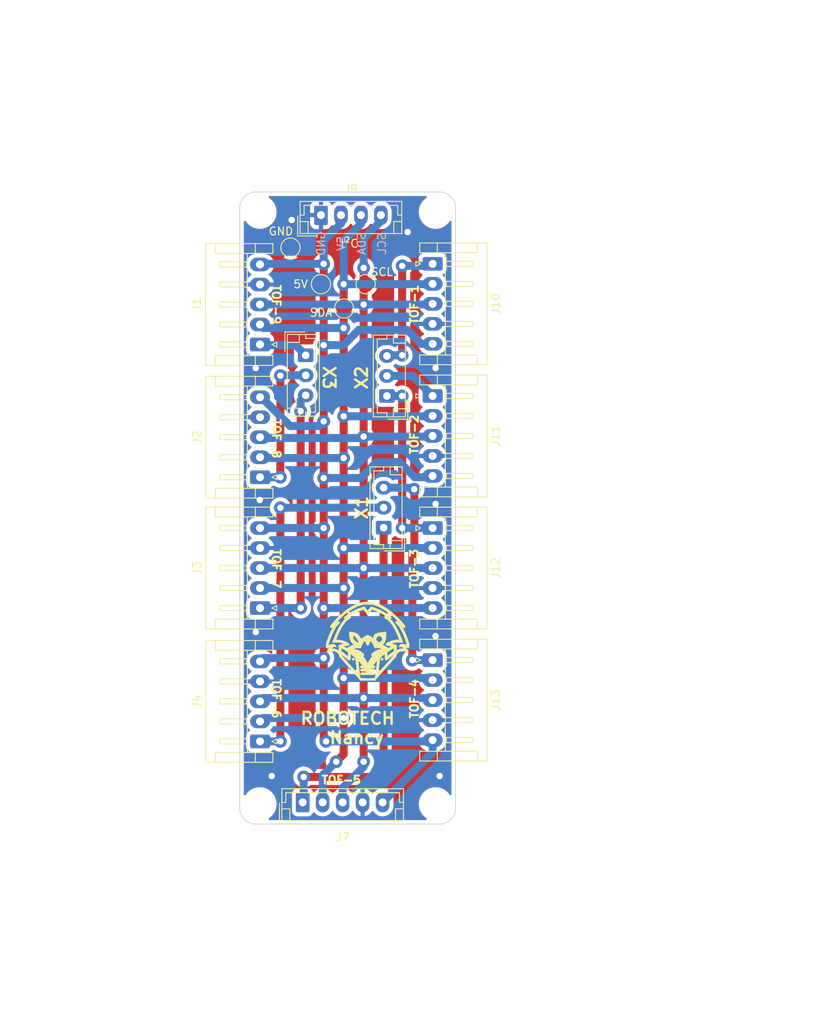
<source format=kicad_pcb>
(kicad_pcb (version 20211014) (generator pcbnew)
  (layers (0 "F.Cu" signal) (31 "B.Cu" signal) (34 "B.Paste" user) (35 "F.Paste" user) (36 "B.SilkS" user "B.Silkscreen") (37 "F.SilkS" user "F.Silkscreen") (38 "B.Mask" user) (39 "F.Mask" user) (44 "Edge.Cuts" user))
  (net 0 "")
  (net 1 "Xshut9")
  (net 2 "I2C_SDA")
  (net 3 "I2C_SCL")
  (net 4 "GND")
  (net 5 "+5V")
  (net 6 "Xshut8")
  (net 7 "Xshut7")
  (net 8 "Xshut6")
  (net 9 "Xshut5")
  (net 10 "Xshut4")
  (net 11 "Xshut3")
  (net 12 "Xshut2")
  (net 13 "Xshut1")
  (footprint "Connector_JST:JST_EH_B3B-EH-A_1x03_P2.50mm_Vertical" (layer "F.Cu") (at 135.255 105.41 -90)
    (fp_text reference "J5" hide)
    (fp_text value "X3")
    (pad "1" thru_hole roundrect locked (at 0 0 270) (size 1.7 1.95) (drill 0.95) (layers *.Cu *.Mask) (roundrect_rratio 0.1470588235) (net 1 "Xshut9"))
    (pad "2" thru_hole oval locked (at 2.5 0 270) (size 1.7 1.95) (drill 0.95) (layers *.Cu *.Mask) (net 6 "Xshut8"))
    (pad "3" thru_hole oval locked (at 5 0 270) (size 1.7 1.95) (drill 0.95) (layers *.Cu *.Mask) (net 7 "Xshut7"))
  )
  (footprint "Connector_JST:JST_EH_S5B-EH_1x05_P2.50mm_Horizontal" (layer "F.Cu") (at 129.54 120.65 90)
    (fp_text reference "J2" (at 5 -7.9 90) (layer "F.SilkS"))
    (fp_text value "Conn_01x05")
    (pad "1" thru_hole roundrect locked (at 0 0 90) (size 1.7 2.5) (drill 1) (layers *.Cu *.Mask) (roundrect_rratio 0.1470588235) (net 6 "Xshut8"))
    (pad "2" thru_hole oval locked (at 2.5 0 90) (size 1.7 2.5) (drill 1) (layers *.Cu *.Mask) (net 2 "I2C_SDA"))
    (pad "3" thru_hole oval locked (at 5 0 90) (size 1.7 2.5) (drill 1) (layers *.Cu *.Mask) (net 3 "I2C_SCL"))
    (pad "4" thru_hole oval locked (at 7.5 0 90) (size 1.7 2.5) (drill 1) (layers *.Cu *.Mask) (net 4 "GND"))
    (pad "5" thru_hole oval locked (at 10 0 90) (size 1.7 2.5) (drill 1) (layers *.Cu *.Mask) (net 5 "+5V"))
  )
  (footprint "TestPoint:TestPoint_Pad_D2.0mm" (layer "F.Cu") (at 142.748 96.52)
    (fp_text reference "I2C_SCL1" hide)
    (fp_text value "TestPoint")
    (pad "1" smd circle locked (at 0 0) (size 2 2) (layers "F.Cu" "F.Mask") (net 3 "I2C_SCL"))
  )
  (footprint "Connector_JST:JST_EH_S5B-EH_1x05_P2.50mm_Horizontal" (layer "F.Cu") (at 151.13 143.51 -90)
    (fp_text reference "J13" (at 5 -7.9 90) (layer "F.SilkS"))
    (fp_text value "Conn_01x05")
    (pad "1" thru_hole roundrect locked (at 0 0 270) (size 1.7 2.5) (drill 1) (layers *.Cu *.Mask) (roundrect_rratio 0.1470588235) (net 10 "Xshut4"))
    (pad "2" thru_hole oval locked (at 2.5 0 270) (size 1.7 2.5) (drill 1) (layers *.Cu *.Mask) (net 2 "I2C_SDA"))
    (pad "3" thru_hole oval locked (at 5 0 270) (size 1.7 2.5) (drill 1) (layers *.Cu *.Mask) (net 3 "I2C_SCL"))
    (pad "4" thru_hole oval locked (at 7.5 0 270) (size 1.7 2.5) (drill 1) (layers *.Cu *.Mask) (net 4 "GND"))
    (pad "5" thru_hole oval locked (at 10 0 270) (size 1.7 2.5) (drill 1) (layers *.Cu *.Mask) (net 5 "+5V"))
  )
  (footprint "Logos:logoRobotechNancy10x10" (layer "F.Cu") (at 143 141)
    (fp_text reference "G***" hide)
    (fp_text value "LOGO" hide)
  )
  (footprint "" (layer "F.Cu") (at 129.5 87.5)
    (fp_text reference "" (at 0 0) (layer "F.SilkS") (effects (font (size 1.27 1.27))))
    (fp_text value "" (at 0 0) (layer "F.SilkS") (effects (font (size 1.27 1.27))))
    (pad "" np_thru_hole circle locked (at 0 0 180) (size 3.2 3.2) (drill 3.2) (layers *.Cu *.Mask))
  )
  (footprint "Connector_JST:JST_EH_S5B-EH_1x05_P2.50mm_Horizontal" (layer "F.Cu") (at 151.13 110.49 -90)
    (fp_text reference "J11" (at 5 -7.9 90) (layer "F.SilkS"))
    (fp_text value "Conn_01x05")
    (pad "1" thru_hole roundrect locked (at 0 0 270) (size 1.7 2.5) (drill 1) (layers *.Cu *.Mask) (roundrect_rratio 0.1470588235) (net 12 "Xshut2"))
    (pad "2" thru_hole oval locked (at 2.5 0 270) (size 1.7 2.5) (drill 1) (layers *.Cu *.Mask) (net 2 "I2C_SDA"))
    (pad "3" thru_hole oval locked (at 5 0 270) (size 1.7 2.5) (drill 1) (layers *.Cu *.Mask) (net 3 "I2C_SCL"))
    (pad "4" thru_hole oval locked (at 7.5 0 270) (size 1.7 2.5) (drill 1) (layers *.Cu *.Mask) (net 4 "GND"))
    (pad "5" thru_hole oval locked (at 10 0 270) (size 1.7 2.5) (drill 1) (layers *.Cu *.Mask) (net 5 "+5V"))
  )
  (footprint "Connector_JST:JST_EH_B5B-EH-A_1x05_P2.50mm_Vertical" (layer "F.Cu") (at 134.874 161.29)
    (fp_text reference "J7" (at 5 4.318) (layer "F.SilkS"))
    (fp_text value "Conn_01x05")
    (pad "1" thru_hole roundrect locked (at 0 0) (size 1.7 2.5) (drill 1) (layers *.Cu *.Mask) (roundrect_rratio 0.1470588235) (net 9 "Xshut5"))
    (pad "2" thru_hole oval locked (at 2.5 0) (size 1.7 2.5) (drill 1) (layers *.Cu *.Mask) (net 2 "I2C_SDA"))
    (pad "3" thru_hole oval locked (at 5 0) (size 1.7 2.5) (drill 1) (layers *.Cu *.Mask) (net 3 "I2C_SCL"))
    (pad "4" thru_hole oval locked (at 7.5 0) (size 1.7 2.5) (drill 1) (layers *.Cu *.Mask) (net 4 "GND"))
    (pad "5" thru_hole oval locked (at 10 0) (size 1.7 2.5) (drill 1) (layers *.Cu *.Mask) (net 5 "+5V"))
  )
  (footprint "TestPoint:TestPoint_Pad_D2.0mm" (layer "F.Cu") (at 140.05 99.568)
    (fp_text reference "I2C_SDA1" hide)
    (fp_text value "TestPoint")
    (pad "1" smd circle locked (at 0 0) (size 2 2) (layers "F.Cu" "F.Mask") (net 2 "I2C_SDA"))
  )
  (footprint "Connector_JST:JST_EH_S5B-EH_1x05_P2.50mm_Horizontal" (layer "F.Cu") (at 151.13 93.98 -90)
    (fp_text reference "J10" (at 5 -7.9 90) (layer "F.SilkS"))
    (fp_text value "Conn_01x05")
    (pad "1" thru_hole roundrect locked (at 0 0 270) (size 1.7 2.5) (drill 1) (layers *.Cu *.Mask) (roundrect_rratio 0.1470588235) (net 13 "Xshut1"))
    (pad "2" thru_hole oval locked (at 2.5 0 270) (size 1.7 2.5) (drill 1) (layers *.Cu *.Mask) (net 2 "I2C_SDA"))
    (pad "3" thru_hole oval locked (at 5 0 270) (size 1.7 2.5) (drill 1) (layers *.Cu *.Mask) (net 3 "I2C_SCL"))
    (pad "4" thru_hole oval locked (at 7.5 0 270) (size 1.7 2.5) (drill 1) (layers *.Cu *.Mask) (net 4 "GND"))
    (pad "5" thru_hole oval locked (at 10 0 270) (size 1.7 2.5) (drill 1) (layers *.Cu *.Mask) (net 5 "+5V"))
  )
  (footprint "TestPoint:TestPoint_Pad_D2.0mm" (layer "F.Cu") (at 133.35 91.948)
    (fp_text reference "GND1" hide)
    (fp_text value "TestPoint")
    (pad "1" smd circle locked (at 0 0) (size 2 2) (layers "F.Cu" "F.Mask") (net 4 "GND"))
  )
  (footprint "TestPoint:TestPoint_Pad_D2.0mm" (layer "F.Cu") (at 137.16 96.52)
    (fp_text reference "+5V1" hide)
    (fp_text value "TestPoint")
    (pad "1" smd circle locked (at 0 0) (size 2 2) (layers "F.Cu" "F.Mask") (net 5 "+5V"))
  )
  (footprint "" (layer "F.Cu") (at 151.5 161.5)
    (fp_text reference "" (at 0 0) (layer "F.SilkS") (effects (font (size 1.27 1.27))))
    (fp_text value "" (at 0 0) (layer "F.SilkS") (effects (font (size 1.27 1.27))))
    (pad "" np_thru_hole circle locked (at 0 0 180) (size 3.2 3.2) (drill 3.2) (layers *.Cu *.Mask))
  )
  (footprint "Connector_JST:JST_EH_S5B-EH_1x05_P2.50mm_Horizontal" (layer "F.Cu") (at 151.13 127 -90)
    (fp_text reference "J12" (at 5 -7.9 90) (layer "F.SilkS"))
    (fp_text value "Conn_01x05")
    (pad "1" thru_hole roundrect locked (at 0 0 270) (size 1.7 2.5) (drill 1) (layers *.Cu *.Mask) (roundrect_rratio 0.1470588235) (net 11 "Xshut3"))
    (pad "2" thru_hole oval locked (at 2.5 0 270) (size 1.7 2.5) (drill 1) (layers *.Cu *.Mask) (net 2 "I2C_SDA"))
    (pad "3" thru_hole oval locked (at 5 0 270) (size 1.7 2.5) (drill 1) (layers *.Cu *.Mask) (net 3 "I2C_SCL"))
    (pad "4" thru_hole oval locked (at 7.5 0 270) (size 1.7 2.5) (drill 1) (layers *.Cu *.Mask) (net 4 "GND"))
    (pad "5" thru_hole oval locked (at 10 0 270) (size 1.7 2.5) (drill 1) (layers *.Cu *.Mask) (net 5 "+5V"))
  )
  (footprint "Connector_JST:JST_EH_B3B-EH-A_1x03_P2.50mm_Vertical" (layer "F.Cu") (at 145.415 110.49 90)
    (fp_text reference "J8" hide)
    (fp_text value "X2")
    (pad "1" thru_hole roundrect locked (at 0 0 90) (size 1.7 1.95) (drill 0.95) (layers *.Cu *.Mask) (roundrect_rratio 0.1470588235) (net 11 "Xshut3"))
    (pad "2" thru_hole oval locked (at 2.5 0 90) (size 1.7 1.95) (drill 0.95) (layers *.Cu *.Mask) (net 12 "Xshut2"))
    (pad "3" thru_hole oval locked (at 5 0 90) (size 1.7 1.95) (drill 0.95) (layers *.Cu *.Mask) (net 13 "Xshut1"))
  )
  (footprint "Connector_JST:JST_EH_B3B-EH-A_1x03_P2.50mm_Vertical" (layer "F.Cu") (at 145 126.96 90)
    (fp_text reference "J6" hide)
    (fp_text value "X1")
    (pad "1" thru_hole roundrect locked (at 0 0 90) (size 1.7 1.95) (drill 0.95) (layers *.Cu *.Mask) (roundrect_rratio 0.1470588235) (net 9 "Xshut5"))
    (pad "2" thru_hole oval locked (at 2.5 0 90) (size 1.7 1.95) (drill 0.95) (layers *.Cu *.Mask) (net 8 "Xshut6"))
    (pad "3" thru_hole oval locked (at 5 0 90) (size 1.7 1.95) (drill 0.95) (layers *.Cu *.Mask) (net 10 "Xshut4"))
  )
  (footprint "Connector_JST:JST_EH_S5B-EH_1x05_P2.50mm_Horizontal" (layer "F.Cu") (at 129.5325 104.06 90)
    (fp_text reference "J1" (at 5 -7.9 90) (layer "F.SilkS"))
    (fp_text value "Conn_01x05")
    (pad "1" thru_hole roundrect locked (at 0 0 90) (size 1.7 2.5) (drill 1) (layers *.Cu *.Mask) (roundrect_rratio 0.1470588235) (net 1 "Xshut9"))
    (pad "2" thru_hole oval locked (at 2.5 0 90) (size 1.7 2.5) (drill 1) (layers *.Cu *.Mask) (net 2 "I2C_SDA"))
    (pad "3" thru_hole oval locked (at 5 0 90) (size 1.7 2.5) (drill 1) (layers *.Cu *.Mask) (net 3 "I2C_SCL"))
    (pad "4" thru_hole oval locked (at 7.5 0 90) (size 1.7 2.5) (drill 1) (layers *.Cu *.Mask) (net 4 "GND"))
    (pad "5" thru_hole oval locked (at 10 0 90) (size 1.7 2.5) (drill 1) (layers *.Cu *.Mask) (net 5 "+5V"))
  )
  (footprint "Connector_JST:JST_EH_B4B-EH-A_1x04_P2.50mm_Vertical" (layer "F.Cu") (at 137.16 87.884)
    (fp_text reference "J9" (at 3.75 -3.302) (layer "F.SilkS"))
    (fp_text value "Conn_01x04")
    (pad "1" thru_hole roundrect locked (at 0 0) (size 1.7 2.5) (drill 1) (layers *.Cu *.Mask) (roundrect_rratio 0.1470588235) (net 4 "GND"))
    (pad "2" thru_hole oval locked (at 2.5 0) (size 1.7 2.5) (drill 1) (layers *.Cu *.Mask) (net 5 "+5V"))
    (pad "3" thru_hole oval locked (at 5 0) (size 1.7 2.5) (drill 1) (layers *.Cu *.Mask) (net 2 "I2C_SDA"))
    (pad "4" thru_hole oval locked (at 7.5 0) (size 1.7 2.5) (drill 1) (layers *.Cu *.Mask) (net 3 "I2C_SCL"))
  )
  (footprint "" (layer "F.Cu") (at 151.5 87.5)
    (fp_text reference "" (at 0 0) (layer "F.SilkS") (effects (font (size 1.27 1.27))))
    (fp_text value "" (at 0 0) (layer "F.SilkS") (effects (font (size 1.27 1.27))))
    (pad "" np_thru_hole circle locked (at 0 0 180) (size 3.2 3.2) (drill 3.2) (layers *.Cu *.Mask))
  )
  (footprint "Connector_JST:JST_EH_S5B-EH_1x05_P2.50mm_Horizontal" (layer "F.Cu") (at 129.54 153.67 90)
    (fp_text reference "J4" (at 5 -7.9 90) (layer "F.SilkS"))
    (fp_text value "Conn_01x05")
    (pad "1" thru_hole roundrect locked (at 0 0 90) (size 1.7 2.5) (drill 1) (layers *.Cu *.Mask) (roundrect_rratio 0.1470588235) (net 8 "Xshut6"))
    (pad "2" thru_hole oval locked (at 2.5 0 90) (size 1.7 2.5) (drill 1) (layers *.Cu *.Mask) (net 2 "I2C_SDA"))
    (pad "3" thru_hole oval locked (at 5 0 90) (size 1.7 2.5) (drill 1) (layers *.Cu *.Mask) (net 3 "I2C_SCL"))
    (pad "4" thru_hole oval locked (at 7.5 0 90) (size 1.7 2.5) (drill 1) (layers *.Cu *.Mask) (net 4 "GND"))
    (pad "5" thru_hole oval locked (at 10 0 90) (size 1.7 2.5) (drill 1) (layers *.Cu *.Mask) (net 5 "+5V"))
  )
  (footprint "" (layer "F.Cu") (at 129.5 161.5)
    (fp_text reference "" (at 0 0) (layer "F.SilkS") (effects (font (size 1.27 1.27))))
    (fp_text value "" (at 0 0) (layer "F.SilkS") (effects (font (size 1.27 1.27))))
    (pad "" np_thru_hole circle locked (at 0 0 180) (size 3.2 3.2) (drill 3.2) (layers *.Cu *.Mask))
  )
  (footprint "Connector_JST:JST_EH_S5B-EH_1x05_P2.50mm_Horizontal" (layer "F.Cu") (at 129.54 137 90)
    (fp_text reference "J3" (at 5 -7.9 90) (layer "F.SilkS"))
    (fp_text value "Conn_01x05")
    (pad "1" thru_hole roundrect locked (at 0 0 90) (size 1.7 2.5) (drill 1) (layers *.Cu *.Mask) (roundrect_rratio 0.1470588235) (net 7 "Xshut7"))
    (pad "2" thru_hole oval locked (at 2.5 0 90) (size 1.7 2.5) (drill 1) (layers *.Cu *.Mask) (net 2 "I2C_SDA"))
    (pad "3" thru_hole oval locked (at 5 0 90) (size 1.7 2.5) (drill 1) (layers *.Cu *.Mask) (net 3 "I2C_SCL"))
    (pad "4" thru_hole oval locked (at 7.5 0 90) (size 1.7 2.5) (drill 1) (layers *.Cu *.Mask) (net 4 "GND"))
    (pad "5" thru_hole oval locked (at 10 0 90) (size 1.7 2.5) (drill 1) (layers *.Cu *.Mask) (net 5 "+5V"))
  )
  (gr_line (start 152 164) (end 129 164) (layer "Edge.Cuts") (width 0.1))
  (gr_arc (start 127 87) (mid 127.585786 85.585786) (end 129 85) (layer "Edge.Cuts") (width 0.1))
  (gr_arc (start 154 162) (mid 153.414214 163.414214) (end 152 164) (layer "Edge.Cuts") (width 0.1))
  (gr_line (start 154 87) (end 154 162) (layer "Edge.Cuts") (width 0.1))
  (gr_line (start 129 85) (end 152 85) (layer "Edge.Cuts") (width 0.1))
  (gr_line (start 127 162) (end 127 87) (layer "Edge.Cuts") (width 0.1))
  (gr_arc (start 152 85) (mid 153.414214 85.585786) (end 154 87) (layer "Edge.Cuts") (width 0.1))
  (gr_arc (start 129 164) (mid 127.585786 163.414214) (end 127 162) (layer "Edge.Cuts") (width 0.1))
  (gr_text "SDA" (at 142.24 91.44 90) (layer "B.SilkS") (effects (font (size 1 1)) (justify mirror)))
  (gr_text "SCL" (at 144.78 91.44 90) (layer "B.SilkS") (effects (font (size 1 1)) (justify mirror)))
  (gr_text "5V" (at 139.7 91.44 90) (layer "B.SilkS") (effects (font (size 1 1)) (justify mirror)))
  (gr_text "GND" (at 137.16 91.44 90) (layer "B.SilkS") (effects (font (size 1 1)) (justify mirror)))
  (gr_text "GND" (at 132.15 89.916) (layer "F.SilkS") (effects (font (size 1 1))))
  (gr_text "X1" (at 142.24 124.46 90) (layer "F.SilkS") (effects (font (size 1.5 1.5) (thickness 0.3))))
  (gr_text "I²C" (at 140.716 91.44) (layer "F.SilkS") (effects (font (size 1 1))))
  (gr_text "TOF-7" (at 131.572 132.08 270) (layer "F.SilkS") (effects (font (size 1 1) (thickness 0.25))))
  (gr_text "5V" (at 134.62 96.52) (layer "F.SilkS") (effects (font (size 1 1))))
  (gr_text "TOF-8" (at 131.572 115.824 270) (layer "F.SilkS") (effects (font (size 1 1) (thickness 0.25))))
  (gr_text "TOF-1" (at 148.844 99.06 90) (layer "F.SilkS") (effects (font (size 1 1) (thickness 0.25))))
  (gr_text "X3" (at 138.176 108.204 270) (layer "F.SilkS") (effects (font (size 1.5 1.5) (thickness 0.3))))
  (gr_text "TOF-2" (at 148.844 115.316 90) (layer "F.SilkS") (effects (font (size 1 1) (thickness 0.25))))
  (gr_text "SCL" (at 144.78 94.996) (layer "F.SilkS") (effects (font (size 1 1))))
  (gr_text "ROBOTECH\n  Nancy" (at 140.5 152) (layer "F.SilkS") (effects (font (size 1.5 1.5) (thickness 0.3))))
  (gr_text "X2" (at 142.24 108.204 90) (layer "F.SilkS") (effects (font (size 1.5 1.5) (thickness 0.3))))
  (gr_text "TOF-9" (at 131.572 99.06 270) (layer "F.SilkS") (effects (font (size 1 1) (thickness 0.25))))
  (gr_text "TOF-6" (at 131.572 148.336 270) (layer "F.SilkS") (effects (font (size 1 1) (thickness 0.25))))
  (gr_text "TOF-5" (at 139.7 158.496) (layer "F.SilkS") (effects (font (size 1 1) (thickness 0.25))))
  (gr_text "SDA" (at 137.16 100.076) (layer "F.SilkS") (effects (font (size 1 1))))
  (gr_text "TOF-3" (at 148.844 132.08 90) (layer "F.SilkS") (effects (font (size 1 1) (thickness 0.25))))
  (gr_text "TOF-4" (at 148.844 148.336 90) (layer "F.SilkS") (effects (font (size 1 1) (thickness 0.25))))
  (segment (start 133.985 104.14) (end 135.255 105.41) (width 1) (layer "B.Cu") (net 1))
  (segment (start 129.5325 104.06) (end 129.6125 104.14) (width 1) (layer "B.Cu") (net 1))
  (segment (start 129.6125 104.14) (end 133.985 104.14) (width 1) (layer "B.Cu") (net 1))
  (segment (start 140 113.03) (end 140 155.275) (width 1) (layer "F.Cu") (net 2))
  (segment (start 140 113.03) (end 140 102) (width 1) (layer "F.Cu") (net 2))
  (segment (start 140 155.275) (end 139.065 156.21) (width 1) (layer "F.Cu") (net 2))
  (segment (start 140 102) (end 140 96.52) (width 1) (layer "F.Cu") (net 2))
  (via (at 140 145.75) (size 1.6) (drill 0.8) (layers "F.Cu" "B.Cu") (net 2))
  (via (at 140 150.75) (size 1.6) (drill 0.8) (layers "F.Cu" "B.Cu") (net 2))
  (via (at 140 113.03) (size 1.6) (drill 0.8) (layers "F.Cu" "B.Cu") (net 2))
  (via (at 140 118.25) (size 1.6) (drill 0.8) (layers "F.Cu" "B.Cu") (net 2))
  (via (at 140 96.52) (size 1.6) (drill 0.8) (layers "F.Cu" "B.Cu") (net 2))
  (via (at 140 102) (size 1.6) (drill 0.8) (layers "F.Cu" "B.Cu") (net 2))
  (via (at 140 129.5) (size 1.6) (drill 0.8) (layers "F.Cu" "B.Cu") (net 2))
  (via (at 139.065 156.21) (size 1.6) (drill 0.8) (layers "F.Cu" "B.Cu") (net 2))
  (via (at 140 134.5) (size 1.6) (drill 0.8) (layers "F.Cu" "B.Cu") (net 2))
  (segment (start 140 91.14) (end 142.16 88.98) (width 1) (layer "B.Cu") (net 2))
  (segment (start 139.04 156.21) (end 137.374 157.876) (width 1) (layer "B.Cu") (net 2))
  (segment (start 129.64 118.25) (end 140 118.25) (width 1) (layer "B.Cu") (net 2))
  (segment (start 151.13 146.01) (end 150.87 145.75) (width 1) (layer "B.Cu") (net 2))
  (segment (start 129.54 134.5) (end 140 134.5) (width 1) (layer "B.Cu") (net 2))
  (segment (start 129.54 151.17) (end 129.96 150.75) (width 1) (layer "B.Cu") (net 2))
  (segment (start 129.5325 101.56) (end 129.9725 102) (width 1) (layer "B.Cu") (net 2))
  (segment (start 137.374 157.876) (end 137.374 161.29) (width 1) (layer "B.Cu") (net 2))
  (segment (start 140 113.03) (end 151.13 113.03) (width 1) (layer "B.Cu") (net 2))
  (segment (start 129.96 150.75) (end 140 150.75) (width 1) (layer "B.Cu") (net 2))
  (segment (start 142.16 88.98) (end 142.16 87.884) (width 1) (layer "B.Cu") (net 2))
  (segment (start 129.9725 102) (end 140 102) (width 1) (layer "B.Cu") (net 2))
  (segment (start 151.13 96.48) (end 151.09 96.52) (width 1) (layer "B.Cu") (net 2))
  (segment (start 140 96.52) (end 140 91.14) (width 1) (layer "B.Cu") (net 2))
  (segment (start 151.09 96.52) (end 140 96.52) (width 1) (layer "B.Cu") (net 2))
  (segment (start 150.87 145.75) (end 140 145.75) (width 1) (layer "B.Cu") (net 2))
  (segment (start 139.065 156.21) (end 139.04 156.21) (width 1) (layer "B.Cu") (net 2))
  (segment (start 129.54 118.15) (end 129.64 118.25) (width 1) (layer "B.Cu") (net 2))
  (segment (start 151.13 129.5) (end 140 129.5) (width 1) (layer "B.Cu") (net 2))
  (segment (start 142.5 94.488) (end 142.5 156.21) (width 1) (layer "F.Cu") (net 3))
  (via (at 142.5 94.488) (size 1.6) (drill 0.8) (layers "F.Cu" "B.Cu") (net 3))
  (via (at 142.5 99.06) (size 1.6) (drill 0.8) (layers "F.Cu" "B.Cu") (net 3))
  (via (at 142.5 148.25) (size 1.6) (drill 0.8) (layers "F.Cu" "B.Cu") (net 3))
  (via (at 142.5 132) (size 1.6) (drill 0.8) (layers "F.Cu" "B.Cu") (net 3))
  (via (at 142.5 156.21) (size 1.6) (drill 0.8) (layers "F.Cu" "B.Cu") (net 3))
  (via (at 142.5 115.57) (size 1.6) (drill 0.8) (layers "F.Cu" "B.Cu") (net 3))
  (segment (start 142.5 115.57) (end 151.05 115.57) (width 1) (layer "B.Cu") (net 3))
  (segment (start 142.5 148.25) (end 150.87 148.25) (width 1) (layer "B.Cu") (net 3))
  (segment (start 142.5 99.06) (end 151.05 99.06) (width 1) (layer "B.Cu") (net 3))
  (segment (start 142.5 94.488) (end 142.5 90.805) (width 1) (layer "B.Cu") (net 3))
  (segment (start 142.5 132) (end 151.13 132) (width 1) (layer "B.Cu") (net 3))
  (segment (start 129.639511 115.749511) (end 129.54 115.65) (width 1) (layer "B.Cu") (net 3))
  (segment (start 129.96 148.25) (end 142.5 148.25) (width 1) (layer "B.Cu") (net 3))
  (segment (start 142.5 156.21) (end 142.5 156.845) (width 1) (layer "B.Cu") (net 3))
  (segment (start 150.87 148.25) (end 151.13 148.51) (width 1) (layer "B.Cu") (net 3))
  (segment (start 142.5 99.06) (end 129.5325 99.06) (width 1) (layer "B.Cu") (net 3))
  (segment (start 129.54 132) (end 142.5 132) (width 1) (layer "B.Cu") (net 3))
  (segment (start 151.05 115.57) (end 151.13 115.49) (width 1) (layer "B.Cu") (net 3))
  (segment (start 142.5 90.805) (end 144.66 88.645) (width 1) (layer "B.Cu") (net 3))
  (segment (start 129.54 148.67) (end 129.96 148.25) (width 1) (layer "B.Cu") (net 3))
  (segment (start 139.874 159.471) (end 139.874 161.29) (width 1) (layer "B.Cu") (net 3))
  (segment (start 142.5 156.845) (end 139.874 159.471) (width 1) (layer "B.Cu") (net 3))
  (segment (start 151.05 99.06) (end 151.13 98.98) (width 1) (layer "B.Cu") (net 3))
  (segment (start 142.320489 115.749511) (end 129.639511 115.749511) (width 1) (layer "B.Cu") (net 3))
  (segment (start 144.66 88.645) (end 144.66 87.884) (width 1) (layer "B.Cu") (net 3))
  (segment (start 142.5 115.57) (end 142.320489 115.749511) (width 1) (layer "B.Cu") (net 3))
  (via (at 151.5 107) (size 1.6) (drill 0.8) (layers "F.Cu" "B.Cu") (net 4))
  (via (at 129 140) (size 1.6) (drill 0.8) (layers "F.Cu" "B.Cu") (net 4))
  (via (at 148 90) (size 1.6) (drill 0.8) (layers "F.Cu" "B.Cu") (net 4))
  (via (at 152 158) (size 1.6) (drill 0.8) (layers "F.Cu" "B.Cu") (net 4))
  (via (at 151.5 124) (size 1.6) (drill 0.8) (layers "F.Cu" "B.Cu") (net 4))
  (via (at 151.5 140.5) (size 1.6) (drill 0.8) (layers "F.Cu" "B.Cu") (net 4))
  (via (at 129 107) (size 1.6) (drill 0.8) (layers "F.Cu" "B.Cu") (net 4))
  (via (at 131 158) (size 1.6) (drill 0.8) (layers "F.Cu" "B.Cu") (net 4))
  (via (at 129.5 123.5) (size 1.6) (drill 0.8) (layers "F.Cu" "B.Cu") (net 4))
  (via (at 133.5 88.5) (size 1.6) (drill 0.8) (layers "F.Cu" "B.Cu") (net 4))
  (segment (start 137.5 113.665) (end 137.5 104.14) (width 1) (layer "F.Cu") (net 5))
  (segment (start 137.5 104.14) (end 137.5 93.98) (width 1) (layer "F.Cu") (net 5))
  (segment (start 137.5 113.665) (end 137.5 153.375) (width 1) (layer "F.Cu") (net 5))
  (segment (start 137.5 153.375) (end 137.795 153.67) (width 1) (layer "F.Cu") (net 5))
  (via (at 137.5 137) (size 1.6) (drill 0.8) (layers "F.Cu" "B.Cu") (net 5))
  (via (at 137.5 113.665) (size 1.6) (drill 0.8) (layers "F.Cu" "B.Cu") (net 5))
  (via (at 137.5 93.98) (size 1.6) (drill 0.8) (layers "F.Cu" "B.Cu") (net 5))
  (via (at 137.5 120.75) (size 1.6) (drill 0.8) (layers "F.Cu" "B.Cu") (net 5))
  (via (at 137.795 153.67) (size 1.6) (drill 0.8) (layers "F.Cu" "B.Cu") (net 5))
  (via (at 137.5 127) (size 1.6) (drill 0.8) (layers "F.Cu" "B.Cu") (net 5))
  (via (at 137.5 104.14) (size 1.6) (drill 0.8) (layers "F.Cu" "B.Cu") (net 5))
  (via (at 137.5 143.25) (size 1.6) (drill 0.8) (layers "F.Cu" "B.Cu") (net 5))
  (segment (start 150.97 120.65) (end 148.89264 120.65) (width 1) (layer "B.Cu") (net 5))
  (segment (start 133.3 114.25) (end 129.7 110.65) (width 1) (layer "B.Cu") (net 5))
  (segment (start 129.54 127) (end 137.5 127) (width 1) (layer "B.Cu") (net 5))
  (segment (start 129.6125 93.98) (end 129.5325 94.06) (width 1) (layer "B.Cu") (net 5))
  (segment (start 129.54 143.67) (end 129.96 143.25) (width 1) (layer "B.Cu") (net 5))
  (segment (start 137.5 91.1) (end 139.66 88.94) (width 1) (layer "B.Cu") (net 5))
  (segment (start 147.955 102.235) (end 141.88563 102.235) (width 1) (layer "B.Cu") (net 5))
  (segment (start 150.97 153.67) (end 151.13 153.51) (width 1) (layer "B.Cu") (net 5))
  (segment (start 151.13 137) (end 137.5 137) (width 1) (layer "B.Cu") (net 5))
  (segment (start 137.795 153.67) (end 150.97 153.67) (width 1) (layer "B.Cu") (net 5))
  (segment (start 139.98063 104.14) (end 137.5 104.14) (width 1) (layer "B.Cu") (net 5))
  (segment (start 146.98764 118.745) (end 144.145 118.745) (width 1) (layer "B.Cu") (net 5))
  (segment (start 137.5 93.98) (end 137.5 91.1) (width 1) (layer "B.Cu") (net 5))
  (segment (start 144.145 118.745) (end 142.14 120.75) (width 1) (layer "B.Cu") (net 5))
  (segment (start 151.13 155.034) (end 151.13 153.51) (width 1) (layer "B.Cu") (net 5))
  (segment (start 129.96 143.25) (end 137.5 143.25) (width 1) (layer "B.Cu") (net 5))
  (segment (start 148.89264 120.65) (end 146.98764 118.745) (width 1) (layer "B.Cu") (net 5))
  (segment (start 151.13 103.98) (end 149.7 103.98) (width 1) (layer "B.Cu") (net 5))
  (segment (start 144.874 161.29) (end 151.13 155.034) (width 1) (layer "B.Cu") (net 5))
  (segment (start 129.7 110.65) (end 129.54 110.65) (width 1) (layer "B.Cu") (net 5))
  (segment (start 139.66 88.94) (end 139.66 87.884) (width 1) (layer "B.Cu") (net 5))
  (segment (start 151.13 120.49) (end 150.97 120.65) (width 1) (layer "B.Cu") (net 5))
  (segment (start 137.5 113.665) (end 136.915 114.25) (width 1) (layer "B.Cu") (net 5))
  (segment (start 142.14 120.75) (end 137.5 120.75) (width 1) (layer "B.Cu") (net 5))
  (segment (start 137.5 93.98) (end 129.6125 93.98) (width 1) (layer "B.Cu") (net 5))
  (segment (start 149.7 103.98) (end 147.955 102.235) (width 1) (layer "B.Cu") (net 5))
  (segment (start 136.915 114.25) (end 133.3 114.25) (width 1) (layer "B.Cu") (net 5))
  (segment (start 141.88563 102.235) (end 139.98063 104.14) (width 1) (layer "B.Cu") (net 5))
  (segment (start 132.08 107.95) (end 132.08 120.65) (width 1) (layer "F.Cu") (net 6))
  (via (at 132.08 107.95) (size 1.6) (drill 0.8) (layers "F.Cu" "B.Cu") (net 6))
  (via (at 132.08 120.65) (size 1.6) (drill 0.8) (layers "F.Cu" "B.Cu") (net 6))
  (segment (start 132.12 107.91) (end 132.08 107.95) (width 1) (layer "B.Cu") (net 6))
  (segment (start 135.255 107.91) (end 132.12 107.91) (width 1) (layer "B.Cu") (net 6))
  (segment (start 132.08 120.65) (end 129.54 120.65) (width 1) (layer "B.Cu") (net 6))
  (segment (start 134.62 137) (end 134.62 112.395) (width 1) (layer "F.Cu") (net 7))
  (via (at 134.62 137) (size 1.6) (drill 0.8) (layers "F.Cu" "B.Cu") (net 7))
  (via (at 134.62 112.395) (size 1.6) (drill 0.8) (layers "F.Cu" "B.Cu") (net 7))
  (segment (start 134.62 112.395) (end 134.62 111.045) (width 1) (layer "B.Cu") (net 7))
  (segment (start 134.62 111.045) (end 135.255 110.41) (width 1) (layer "B.Cu") (net 7))
  (segment (start 129.54 137) (end 134.62 137) (width 1) (layer "B.Cu") (net 7))
  (segment (start 132.08 124.46) (end 132.08 153.67) (width 1) (layer "F.Cu") (net 8))
  (via (at 132.08 153.67) (size 1.6) (drill 0.8) (layers "F.Cu" "B.Cu") (net 8))
  (via (at 132.08 124.46) (size 1.6) (drill 0.8) (layers "F.Cu" "B.Cu") (net 8))
  (segment (start 145 124.46) (end 132.08 124.46) (width 1) (layer "B.Cu") (net 8))
  (segment (start 132.08 153.67) (end 129.54 153.67) (width 1) (layer "B.Cu") (net 8))
  (segment (start 143.51 158.115) (end 145 156.625) (width 1) (layer "F.Cu") (net 9))
  (segment (start 145 156.625) (end 145 126.96) (width 1) (layer "F.Cu") (net 9))
  (segment (start 135 158.115) (end 143.51 158.115) (width 1) (layer "F.Cu") (net 9))
  (via (at 135 158.115) (size 1.6) (drill 0.8) (layers "F.Cu" "B.Cu") (net 9))
  (segment (start 135 158.115) (end 135 161.164) (width 1) (layer "B.Cu") (net 9))
  (segment (start 135 161.164) (end 134.874 161.29) (width 1) (layer "B.Cu") (net 9))
  (segment (start 148.824951 122.147972) (end 148.844 122.167021) (width 1) (layer "F.Cu") (net 10))
  (segment (start 148.59 129.54) (end 148.59 143.51) (width 1) (layer "F.Cu") (net 10))
  (segment (start 148.844 122.167021) (end 148.844 129.286) (width 1) (layer "F.Cu") (net 10))
  (segment (start 148.844 129.286) (end 148.59 129.54) (width 1) (layer "F.Cu") (net 10))
  (via (at 148.59 143.51) (size 1.6) (drill 0.8) (layers "F.Cu" "B.Cu") (net 10))
  (via (at 148.824951 122.147972) (size 1.6) (drill 0.8) (layers "F.Cu" "B.Cu") (net 10))
  (segment (start 148.824951 122.147972) (end 148.636979 121.96) (width 1) (layer "B.Cu") (net 10))
  (segment (start 148.59 143.51) (end 151.13 143.51) (width 1) (layer "B.Cu") (net 10))
  (segment (start 148.636979 121.96) (end 145 121.96) (width 1) (layer "B.Cu") (net 10))
  (segment (start 147.32 127) (end 147.32 110.49) (width 1) (layer "F.Cu") (net 11))
  (via (at 147.32 110.49) (size 1.6) (drill 0.8) (layers "F.Cu" "B.Cu") (net 11))
  (via (at 147.32 127) (size 1.6) (drill 0.8) (layers "F.Cu" "B.Cu") (net 11))
  (segment (start 151.13 127) (end 147.32 127) (width 1) (layer "B.Cu") (net 11))
  (segment (start 147.32 110.49) (end 145.415 110.49) (width 1) (layer "B.Cu") (net 11))
  (segment (start 145.415 107.99) (end 148.63 107.99) (width 1) (layer "B.Cu") (net 12))
  (segment (start 148.63 107.99) (end 151.13 110.49) (width 1) (layer "B.Cu") (net 12))
  (segment (start 147.32 105.41) (end 147.32 94.234) (width 1) (layer "F.Cu") (net 13))
  (via (at 147.32 94.234) (size 1.6) (drill 0.8) (layers "F.Cu" "B.Cu") (net 13))
  (via (at 147.32 105.41) (size 1.6) (drill 0.8) (layers "F.Cu" "B.Cu") (net 13))
  (segment (start 145.495 105.41) (end 147.24 105.41) (width 1) (layer "B.Cu") (net 13))
  (segment (start 150.876 94.234) (end 151.13 93.98) (width 1) (layer "B.Cu") (net 13))
  (segment (start 145.415 105.49) (end 145.495 105.41) (width 1) (layer "B.Cu") (net 13))
  (segment (start 147.32 94.234) (end 150.876 94.234) (width 1) (layer "B.Cu") (net 13))
  (zone (net 4) (net_name "GND") (layer "F.Cu") (connect_pads (clearance 0.508)) (min_thickness 0.254) (fill yes (thermal_gap 0.508) (thermal_bridge_width 0.508))
    (polygon (pts (xy 196 81) (xy 202 158) (xy 167 189) (xy 104 178) (xy 97 101) (xy 136 64) (xy 136 63)))
  )
  (zone (net 4) (net_name "GND") (layer "B.Cu") (connect_pads (clearance 0.508)) (min_thickness 0.254) (fill yes (thermal_gap 0.508) (thermal_bridge_width 0.508))
    (polygon (pts (xy 186 84) (xy 192 161) (xy 154 181) (xy 116 174) (xy 109 136) (xy 112 69) (xy 135 62) (xy 135 61)))
  )
)
</source>
